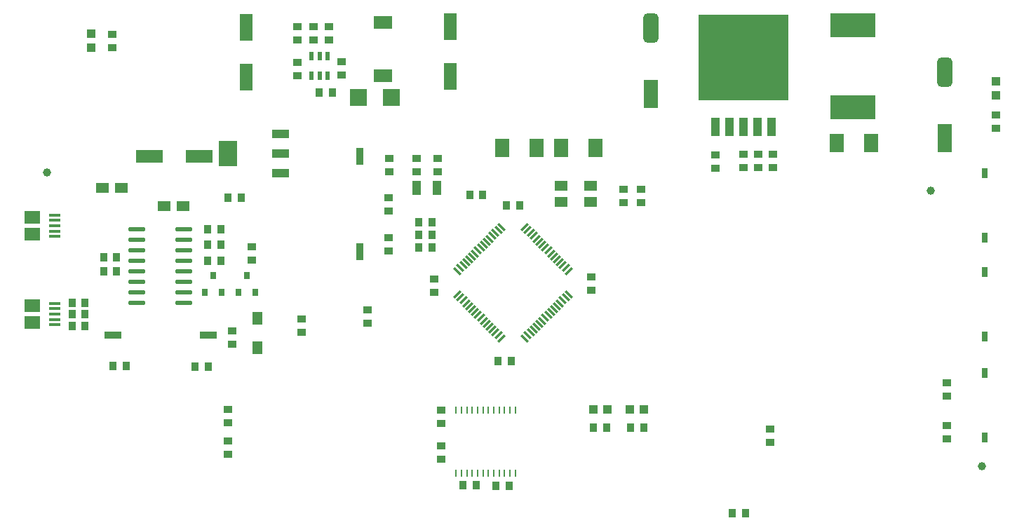
<source format=gtp>
G04*
G04 #@! TF.GenerationSoftware,Altium Limited,Altium Designer,18.1.2 (67)*
G04*
G04 Layer_Color=8421504*
%FSLAX25Y25*%
%MOIN*%
G70*
G01*
G75*
%ADD26C,0.03937*%
%ADD27R,0.03150X0.05118*%
%ADD28R,0.03937X0.03543*%
%ADD29R,0.05118X0.05906*%
%ADD30R,0.03543X0.03937*%
%ADD31R,0.07480X0.05906*%
%ADD32R,0.05315X0.01575*%
G04:AMPARAMS|DCode=33|XSize=137.8mil|YSize=70.87mil|CornerRadius=17.72mil|HoleSize=0mil|Usage=FLASHONLY|Rotation=90.000|XOffset=0mil|YOffset=0mil|HoleType=Round|Shape=RoundedRectangle|*
%AMROUNDEDRECTD33*
21,1,0.13780,0.03543,0,0,90.0*
21,1,0.10236,0.07087,0,0,90.0*
1,1,0.03543,0.01772,0.05118*
1,1,0.03543,0.01772,-0.05118*
1,1,0.03543,-0.01772,-0.05118*
1,1,0.03543,-0.01772,0.05118*
%
%ADD33ROUNDEDRECTD33*%
%ADD34R,0.07087X0.13780*%
%ADD35R,0.06000X0.05000*%
%ADD36R,0.05906X0.12598*%
%ADD37R,0.12598X0.05906*%
%ADD38R,0.05906X0.05118*%
%ADD39R,0.07874X0.07874*%
%ADD40R,0.07087X0.09055*%
%ADD41R,0.03937X0.03937*%
%ADD42R,0.21260X0.11417*%
%ADD43R,0.08661X0.06299*%
%ADD44R,0.03937X0.03937*%
%ADD45R,0.03150X0.03543*%
%ADD46O,0.08268X0.02165*%
G04:AMPARAMS|DCode=47|XSize=47mil|YSize=12mil|CornerRadius=0mil|HoleSize=0mil|Usage=FLASHONLY|Rotation=225.000|XOffset=0mil|YOffset=0mil|HoleType=Round|Shape=Rectangle|*
%AMROTATEDRECTD47*
4,1,4,0.01237,0.02086,0.02086,0.01237,-0.01237,-0.02086,-0.02086,-0.01237,0.01237,0.02086,0.0*
%
%ADD47ROTATEDRECTD47*%

G04:AMPARAMS|DCode=48|XSize=47mil|YSize=12mil|CornerRadius=0mil|HoleSize=0mil|Usage=FLASHONLY|Rotation=135.000|XOffset=0mil|YOffset=0mil|HoleType=Round|Shape=Rectangle|*
%AMROTATEDRECTD48*
4,1,4,0.02086,-0.01237,0.01237,-0.02086,-0.02086,0.01237,-0.01237,0.02086,0.02086,-0.01237,0.0*
%
%ADD48ROTATEDRECTD48*%

%ADD49R,0.01000X0.03819*%
%ADD50R,0.42520X0.40984*%
%ADD51R,0.04213X0.08504*%
%ADD52R,0.02362X0.04331*%
%ADD53R,0.08000X0.04000*%
%ADD54R,0.09000X0.12000*%
%ADD55R,0.07874X0.03347*%
%ADD56R,0.03347X0.07874*%
%ADD57R,0.03937X0.07087*%
D26*
X12500Y174300D02*
D03*
X432500Y165900D02*
D03*
X456900Y34800D02*
D03*
D27*
X458046Y143500D02*
D03*
Y174209D02*
D03*
Y48500D02*
D03*
Y79209D02*
D03*
Y96500D02*
D03*
Y127209D02*
D03*
D28*
X440000Y68201D02*
D03*
Y74500D02*
D03*
Y47750D02*
D03*
Y54050D02*
D03*
X164800Y102901D02*
D03*
Y109200D02*
D03*
X133500Y98350D02*
D03*
Y104650D02*
D03*
X356100Y46250D02*
D03*
Y52550D02*
D03*
X174800Y137150D02*
D03*
X174800Y143450D02*
D03*
X175000Y181150D02*
D03*
Y174850D02*
D03*
X196600Y123750D02*
D03*
Y117450D02*
D03*
X271200Y118450D02*
D03*
Y124750D02*
D03*
X198000Y181150D02*
D03*
Y174850D02*
D03*
X188000Y181150D02*
D03*
X188000Y174850D02*
D03*
X199900Y61550D02*
D03*
Y55250D02*
D03*
Y44450D02*
D03*
Y38150D02*
D03*
X357500Y176850D02*
D03*
Y183150D02*
D03*
X152500Y227150D02*
D03*
Y220850D02*
D03*
X330000Y176350D02*
D03*
Y182650D02*
D03*
X146500Y237350D02*
D03*
Y243650D02*
D03*
X100500Y92701D02*
D03*
Y99000D02*
D03*
X109800Y139150D02*
D03*
Y132850D02*
D03*
X174800Y162300D02*
D03*
Y156000D02*
D03*
X294800Y166350D02*
D03*
Y160050D02*
D03*
X286500Y166350D02*
D03*
Y160050D02*
D03*
X343500Y176850D02*
D03*
Y183150D02*
D03*
X350500D02*
D03*
Y176850D02*
D03*
X463500Y195350D02*
D03*
Y201650D02*
D03*
X131500Y226650D02*
D03*
Y220350D02*
D03*
Y237350D02*
D03*
Y243650D02*
D03*
X139100D02*
D03*
Y237350D02*
D03*
X43500Y233850D02*
D03*
Y240150D02*
D03*
X98500Y61650D02*
D03*
Y55350D02*
D03*
Y46650D02*
D03*
Y40350D02*
D03*
D29*
X112500Y105000D02*
D03*
Y91000D02*
D03*
D30*
X50150Y82500D02*
D03*
X43850D02*
D03*
X82850Y82000D02*
D03*
X89150D02*
D03*
X39350Y127500D02*
D03*
X45650D02*
D03*
Y134000D02*
D03*
X39350D02*
D03*
X88850Y147500D02*
D03*
X95150D02*
D03*
X195450Y144600D02*
D03*
X189150D02*
D03*
X226850Y84900D02*
D03*
X233150D02*
D03*
X237150Y158800D02*
D03*
X230850D02*
D03*
X213350Y163700D02*
D03*
X219650D02*
D03*
X148150Y212500D02*
D03*
X141850D02*
D03*
X104850Y162500D02*
D03*
X98550D02*
D03*
X216350Y25600D02*
D03*
X210050D02*
D03*
X232050Y25500D02*
D03*
X225750D02*
D03*
X30650Y101500D02*
D03*
X24350D02*
D03*
X30650Y107000D02*
D03*
X24350D02*
D03*
X30650Y112500D02*
D03*
X24350D02*
D03*
X95150Y132500D02*
D03*
X88850D02*
D03*
X95150Y140000D02*
D03*
X88850D02*
D03*
X296095Y53200D02*
D03*
X289796D02*
D03*
X272296D02*
D03*
X278595D02*
D03*
X338250Y12400D02*
D03*
X344550D02*
D03*
X195450Y138600D02*
D03*
X189150D02*
D03*
Y150600D02*
D03*
X195450D02*
D03*
D31*
X5500Y145126D02*
D03*
Y153000D02*
D03*
Y103126D02*
D03*
Y111000D02*
D03*
D32*
X16130Y154181D02*
D03*
Y151622D02*
D03*
Y149063D02*
D03*
Y146504D02*
D03*
Y143945D02*
D03*
Y112181D02*
D03*
Y109622D02*
D03*
Y107063D02*
D03*
Y104504D02*
D03*
Y101945D02*
D03*
D33*
X299500Y243248D02*
D03*
X439000Y222248D02*
D03*
D34*
X299500Y211752D02*
D03*
X439000Y190752D02*
D03*
D35*
X68000Y158500D02*
D03*
X77000D02*
D03*
X47900Y167100D02*
D03*
X38900D02*
D03*
D36*
X107000Y243311D02*
D03*
Y219689D02*
D03*
X204200Y219989D02*
D03*
Y243611D02*
D03*
D37*
X61189Y182000D02*
D03*
X84811D02*
D03*
D38*
X256800Y168000D02*
D03*
X270800D02*
D03*
X256850Y160500D02*
D03*
X270850D02*
D03*
D39*
X176174Y210100D02*
D03*
X160426D02*
D03*
D40*
X387890Y188500D02*
D03*
X404110D02*
D03*
X245110Y186000D02*
D03*
X228890D02*
D03*
X273110D02*
D03*
X256890D02*
D03*
D41*
X289599Y61700D02*
D03*
X296292D02*
D03*
X278792Y61700D02*
D03*
X272099D02*
D03*
D42*
X395500Y205512D02*
D03*
Y244488D02*
D03*
D43*
X172200Y245698D02*
D03*
Y220502D02*
D03*
D44*
X33500Y233654D02*
D03*
Y240347D02*
D03*
X463500Y217847D02*
D03*
Y211154D02*
D03*
D45*
X91500Y125437D02*
D03*
X95358Y117563D02*
D03*
X87642D02*
D03*
X107500Y125437D02*
D03*
X111358Y117563D02*
D03*
X103642D02*
D03*
D46*
X77638Y112500D02*
D03*
Y117500D02*
D03*
Y122500D02*
D03*
Y127500D02*
D03*
Y132500D02*
D03*
Y137500D02*
D03*
Y142500D02*
D03*
Y147500D02*
D03*
X55000Y112500D02*
D03*
Y117500D02*
D03*
Y122500D02*
D03*
Y127500D02*
D03*
Y132500D02*
D03*
Y137500D02*
D03*
Y142500D02*
D03*
Y147500D02*
D03*
D47*
X239568Y148447D02*
D03*
X240960Y147055D02*
D03*
X242352Y145663D02*
D03*
X243744Y144271D02*
D03*
X245136Y142879D02*
D03*
X246527Y141487D02*
D03*
X247919Y140095D02*
D03*
X249311Y138703D02*
D03*
X250703Y137311D02*
D03*
X252095Y135919D02*
D03*
X253487Y134527D02*
D03*
X254879Y133136D02*
D03*
X256271Y131744D02*
D03*
X257663Y130352D02*
D03*
X259055Y128960D02*
D03*
X260447Y127568D02*
D03*
X228432Y95553D02*
D03*
X227040Y96945D02*
D03*
X225648Y98337D02*
D03*
X224256Y99729D02*
D03*
X222864Y101121D02*
D03*
X221473Y102513D02*
D03*
X220081Y103905D02*
D03*
X218689Y105297D02*
D03*
X217297Y106689D02*
D03*
X215905Y108081D02*
D03*
X214513Y109473D02*
D03*
X213121Y110864D02*
D03*
X211729Y112256D02*
D03*
X210337Y113648D02*
D03*
X208945Y115040D02*
D03*
X207553Y116432D02*
D03*
D48*
X260447Y116432D02*
D03*
X259055Y115040D02*
D03*
X257663Y113648D02*
D03*
X256271Y112256D02*
D03*
X254879Y110864D02*
D03*
X253487Y109473D02*
D03*
X252095Y108081D02*
D03*
X250703Y106689D02*
D03*
X249311Y105297D02*
D03*
X247919Y103905D02*
D03*
X246527Y102513D02*
D03*
X245136Y101121D02*
D03*
X243744Y99729D02*
D03*
X242352Y98337D02*
D03*
X240960Y96945D02*
D03*
X239568Y95553D02*
D03*
X207553Y127568D02*
D03*
X208945Y128960D02*
D03*
X210337Y130352D02*
D03*
X211729Y131744D02*
D03*
X213121Y133136D02*
D03*
X214513Y134527D02*
D03*
X215905Y135919D02*
D03*
X217297Y137311D02*
D03*
X218689Y138703D02*
D03*
X220081Y140095D02*
D03*
X221473Y141487D02*
D03*
X222864Y142879D02*
D03*
X224256Y144271D02*
D03*
X225648Y145663D02*
D03*
X227040Y147055D02*
D03*
X228432Y148447D02*
D03*
D49*
X206925Y31500D02*
D03*
X209484D02*
D03*
X212043D02*
D03*
X214602D02*
D03*
X217161D02*
D03*
X219720D02*
D03*
X222280D02*
D03*
X224839D02*
D03*
X227398D02*
D03*
X229957D02*
D03*
X232516D02*
D03*
X235075D02*
D03*
X206925Y61500D02*
D03*
X209484D02*
D03*
X212043D02*
D03*
X214602D02*
D03*
X217161D02*
D03*
X219720D02*
D03*
X222280D02*
D03*
X224839D02*
D03*
X227398D02*
D03*
X229957D02*
D03*
X232516D02*
D03*
X235075D02*
D03*
D50*
X343500Y229000D02*
D03*
D51*
X356886Y196224D02*
D03*
X350193D02*
D03*
X343500D02*
D03*
X336807D02*
D03*
X330114D02*
D03*
D52*
X145740Y220276D02*
D03*
X142000D02*
D03*
X138260D02*
D03*
Y229724D02*
D03*
X142000D02*
D03*
X145740D02*
D03*
D53*
X123500Y174200D02*
D03*
Y192800D02*
D03*
Y183500D02*
D03*
D54*
X98500D02*
D03*
D55*
X43724Y97000D02*
D03*
X89000D02*
D03*
D56*
X161000Y182000D02*
D03*
X161000Y136724D02*
D03*
D57*
X188000Y167000D02*
D03*
X197843D02*
D03*
M02*

</source>
